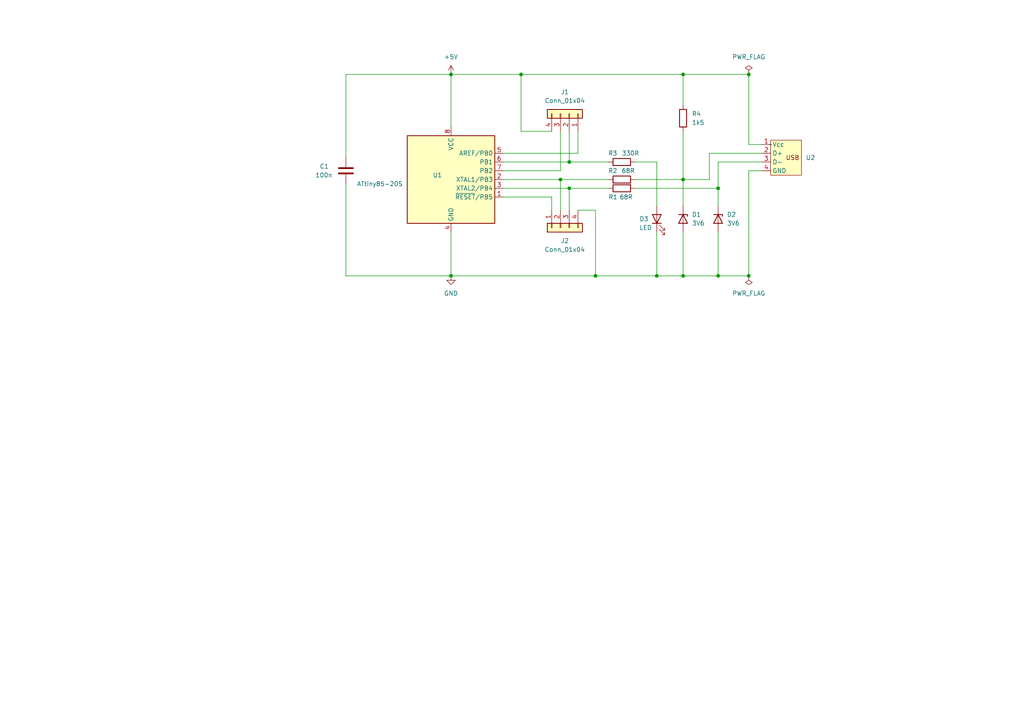
<source format=kicad_sch>
(kicad_sch (version 20230121) (generator eeschema)
  (paper "A4")
  (title_block (title "ATtiny85") (date "31/08/2024") (rev "version 1") (company "cka_HW_SW_design"))
  (lib_symbols
    (symbol "Connector_Generic:Conn_01x04" (pin_names (offset 1.016) hide)
      (property "Reference" "J" (at 0 5.08 0))
      (property "Value" "Conn_01x04" (at 0 -7.62 0))
      (symbol "Conn_01x04_1_1"
        (rectangle (start -1.27 -4.953) (end 0 -5.207) (stroke (width 0.1524)))
        (rectangle (start -1.27 -2.413) (end 0 -2.667) (stroke (width 0.1524)))
        (rectangle (start -1.27 0.127) (end 0 -0.127) (stroke (width 0.1524)))
        (rectangle (start -1.27 2.667) (end 0 2.413) (stroke (width 0.1524)))
        (rectangle (start -1.27 3.81) (end 1.27 -6.35) (stroke (width 0.254)) (fill (type background)))
        (pin passive line (at -5.08 2.54 0) (length 3.81) (name "Pin_1") (number "1"))
        (pin passive line (at -5.08 0 0) (length 3.81) (name "Pin_2") (number "2"))
        (pin passive line (at -5.08 -2.54 0) (length 3.81) (name "Pin_3") (number "3"))
        (pin passive line (at -5.08 -5.08 0) (length 3.81) (name "Pin_4") (number "4"))
      )
    )
    (symbol "Device:C" (pin_numbers hide) (pin_names (offset 0.254))
      (property "Reference" "C" (at 0.635 2.54 0))
      (property "Value" "C" (at 0.635 -2.54 0))
      (symbol "C_0_1"
        (polyline (pts (xy -2.032 -0.762) (xy 2.032 -0.762)) (stroke (width 0.508)))
        (polyline (pts (xy -2.032 0.762) (xy 2.032 0.762)) (stroke (width 0.508)))
      )
      (symbol "C_1_1"
        (pin passive line (at 0 3.81 270) (length 2.794) (name "~") (number "1"))
        (pin passive line (at 0 -3.81 90) (length 2.794) (name "~") (number "2"))
      )
    )
    (symbol "Device:D_Zener" (pin_numbers hide) (pin_names (offset 1.016) hide)
      (property "Reference" "D" (at 0 2.54 0))
      (property "Value" "D_Zener" (at 0 -2.54 0))
      (symbol "D_Zener_0_1"
        (polyline (pts (xy 1.27 0) (xy -1.27 0)))
        (polyline (pts (xy -1.27 -1.27) (xy -1.27 1.27) (xy -0.762 1.27)) (stroke (width 0.254)))
        (polyline (pts (xy 1.27 -1.27) (xy 1.27 1.27) (xy -1.27 0) (xy 1.27 -1.27)) (stroke (width 0.254)))
      )
      (symbol "D_Zener_1_1"
        (pin passive line (at -3.81 0 0) (length 2.54) (name "K") (number "1"))
        (pin passive line (at 3.81 0 180) (length 2.54) (name "A") (number "2"))
      )
    )
    (symbol "Device:LED" (pin_numbers hide) (pin_names (offset 1.016) hide)
      (property "Reference" "D" (at 0 2.54 0))
      (property "Value" "LED" (at 0 -2.54 0))
      (symbol "LED_0_1"
        (polyline (pts (xy -1.27 -1.27) (xy -1.27 1.27)) (stroke (width 0.254)))
        (polyline (pts (xy -1.27 0) (xy 1.27 0)))
        (polyline (pts (xy 1.27 -1.27) (xy 1.27 1.27) (xy -1.27 0) (xy 1.27 -1.27)) (stroke (width 0.254)))
        (polyline (pts (xy -3.048 -0.762) (xy -4.572 -2.286) (xy -3.81 -2.286) (xy -4.572 -2.286) (xy -4.572 -1.524)))
        (polyline (pts (xy -1.778 -0.762) (xy -3.302 -2.286) (xy -2.54 -2.286) (xy -3.302 -2.286) (xy -3.302 -1.524)))
      )
      (symbol "LED_1_1"
        (pin passive line (at -3.81 0 0) (length 2.54) (name "K") (number "1"))
        (pin passive line (at 3.81 0 180) (length 2.54) (name "A") (number "2"))
      )
    )
    (symbol "Device:R" (pin_numbers hide) (pin_names (offset 0))
      (property "Reference" "R" (at 2.032 0 90))
      (property "Value" "R" (at 0 0 90))
      (symbol "R_0_1"
        (rectangle (start -1.016 -2.54) (end 1.016 2.54) (stroke (width 0.254)))
      )
      (symbol "R_1_1"
        (pin passive line (at 0 3.81 270) (length 1.27) (name "~") (number "1"))
        (pin passive line (at 0 -3.81 90) (length 1.27) (name "~") (number "2"))
      )
    )
    (symbol "MCU_Microchip_ATtiny:ATtiny85-20S"
      (property "Reference" "U" (at -12.7 13.97 0))
      (property "Value" "ATtiny85-20S" (at 2.54 -13.97 0))
      (symbol "ATtiny85-20S_0_1"
        (rectangle (start -12.7 -12.7) (end 12.7 12.7) (stroke (width 0.254)) (fill (type background)))
      )
      (symbol "ATtiny85-20S_1_1"
        (pin bidirectional line (at 15.24 -5.08 180) (length 2.54) (name "~{RESET}/PB5") (number "1"))
        (pin bidirectional line (at 15.24 0 180) (length 2.54) (name "XTAL1/PB3") (number "2"))
        (pin bidirectional line (at 15.24 -2.54 180) (length 2.54) (name "XTAL2/PB4") (number "3"))
        (pin power_in line (at 0 -15.24 90) (length 2.54) (name "GND") (number "4"))
        (pin bidirectional line (at 15.24 7.62 180) (length 2.54) (name "AREF/PB0") (number "5"))
        (pin bidirectional line (at 15.24 5.08 180) (length 2.54) (name "PB1") (number "6"))
        (pin bidirectional line (at 15.24 2.54 180) (length 2.54) (name "PB2") (number "7"))
        (pin power_in line (at 0 15.24 270) (length 2.54) (name "VCC") (number "8"))
      )
    )
    (symbol "My_symbols:USBPCB_connector"
      (property "Reference" "U" (at 5.08 2.54 0))
      (symbol "USBPCB_connector_1_1"
        (rectangle (start 0 1.27) (end 8.89 -8.89) (fill (type background)))
        (text "USB" (at 6.35 -3.81 0) (effects (font (size 1.27 1.27))))
        (pin power_in line (at -2.54 0 0) (length 2.54) (name "Vcc") (number "1"))
        (pin bidirectional line (at -2.54 -2.54 0) (length 2.54) (name "D+") (number "2"))
        (pin bidirectional line (at -2.54 -5.08 0) (length 2.54) (name "D-") (number "3"))
        (pin power_in line (at -2.54 -7.62 0) (length 2.54) (name "GND") (number "4"))
      )
    )
    (symbol "power:+5V" (power) (pin_names (offset 0))
      (property "Value" "+5V" (at 0 3.556 0))
      (symbol "+5V_0_1"
        (polyline (pts (xy -0.762 1.27) (xy 0 2.54)))
        (polyline (pts (xy 0 0) (xy 0 2.54)))
        (polyline (pts (xy 0 2.54) (xy 0.762 1.27)))
      )
      (symbol "+5V_1_1"
        (pin power_in line (at 0 0 90) (length 0) hide (name "+5V") (number "1"))
      )
    )
    (symbol "power:GND" (power) (pin_names (offset 0))
      (property "Value" "GND" (at 0 -3.81 0))
      (symbol "GND_0_1"
        (polyline (pts (xy 0 0) (xy 0 -1.27) (xy 1.27 -1.27) (xy 0 -2.54) (xy -1.27 -1.27) (xy 0 -1.27)))
      )
      (symbol "GND_1_1"
        (pin power_in line (at 0 0 270) (length 0) hide (name "GND") (number "1"))
      )
    )
    (symbol "power:PWR_FLAG" (power) (pin_numbers hide) (pin_names (offset 0) hide)
      (property "Value" "PWR_FLAG" (at 0 3.81 0))
      (symbol "PWR_FLAG_0_0"
        (pin power_out line (at 0 0 90) (length 0) (name "pwr") (number "1"))
      )
      (symbol "PWR_FLAG_0_1"
        (polyline (pts (xy 0 0) (xy 0 1.27) (xy -1.016 1.905) (xy 0 2.54) (xy 1.016 1.905) (xy 0 1.27)))
      )
    )
  )
  (junction (at 198.12 21.59))
  (junction (at 217.17 80.01))
  (junction (at 217.17 21.59))
  (junction (at 190.5 80.01))
  (junction (at 208.28 54.61))
  (junction (at 162.56 52.07))
  (junction (at 151.13 21.59))
  (junction (at 172.72 80.01))
  (junction (at 165.1 54.61))
  (junction (at 130.81 21.59))
  (junction (at 130.81 80.01))
  (junction (at 165.1 46.99))
  (junction (at 198.12 80.01))
  (junction (at 208.28 80.01))
  (junction (at 198.12 52.07))
  (wire (pts (xy 165.1 54.61) (xy 176.53 54.61)))
  (wire (pts (xy 165.1 46.99) (xy 146.05 46.99)))
  (wire (pts (xy 184.15 54.61) (xy 208.28 54.61)))
  (wire (pts (xy 165.1 38.1) (xy 165.1 46.99)))
  (wire (pts (xy 172.72 60.96) (xy 172.72 80.01)))
  (wire (pts (xy 220.98 46.99) (xy 208.28 46.99)))
  (wire (pts (xy 160.02 38.1) (xy 151.13 38.1)))
  (wire (pts (xy 167.64 44.45) (xy 146.05 44.45)))
  (wire (pts (xy 208.28 67.31) (xy 208.28 80.01)))
  (wire (pts (xy 184.15 52.07) (xy 198.12 52.07)))
  (wire (pts (xy 190.5 67.31) (xy 190.5 80.01)))
  (wire (pts (xy 146.05 52.07) (xy 162.56 52.07)))
  (wire (pts (xy 205.74 44.45) (xy 205.74 52.07)))
  (wire (pts (xy 217.17 49.53) (xy 217.17 80.01)))
  (wire (pts (xy 130.81 67.31) (xy 130.81 80.01)))
  (wire (pts (xy 198.12 52.07) (xy 198.12 59.69)))
  (wire (pts (xy 130.81 21.59) (xy 130.81 36.83)))
  (wire (pts (xy 208.28 80.01) (xy 198.12 80.01)))
  (wire (pts (xy 217.17 21.59) (xy 198.12 21.59)))
  (wire (pts (xy 220.98 44.45) (xy 205.74 44.45)))
  (wire (pts (xy 162.56 49.53) (xy 146.05 49.53)))
  (wire (pts (xy 217.17 41.91) (xy 217.17 21.59)))
  (wire (pts (xy 165.1 54.61) (xy 165.1 60.96)))
  (wire (pts (xy 100.33 80.01) (xy 130.81 80.01)))
  (wire (pts (xy 198.12 80.01) (xy 190.5 80.01)))
  (wire (pts (xy 151.13 38.1) (xy 151.13 21.59)))
  (wire (pts (xy 208.28 54.61) (xy 208.28 59.69)))
  (wire (pts (xy 162.56 52.07) (xy 176.53 52.07)))
  (wire (pts (xy 190.5 46.99) (xy 190.5 59.69)))
  (wire (pts (xy 184.15 46.99) (xy 190.5 46.99)))
  (wire (pts (xy 172.72 80.01) (xy 190.5 80.01)))
  (wire (pts (xy 167.64 38.1) (xy 167.64 44.45)))
  (wire (pts (xy 198.12 38.1) (xy 198.12 52.07)))
  (wire (pts (xy 146.05 57.15) (xy 160.02 57.15)))
  (wire (pts (xy 160.02 57.15) (xy 160.02 60.96)))
  (wire (pts (xy 162.56 38.1) (xy 162.56 49.53)))
  (wire (pts (xy 165.1 46.99) (xy 176.53 46.99)))
  (wire (pts (xy 130.81 80.01) (xy 172.72 80.01)))
  (wire (pts (xy 100.33 53.34) (xy 100.33 80.01)))
  (wire (pts (xy 198.12 30.48) (xy 198.12 21.59)))
  (wire (pts (xy 100.33 21.59) (xy 130.81 21.59)))
  (wire (pts (xy 162.56 52.07) (xy 162.56 60.96)))
  (wire (pts (xy 220.98 49.53) (xy 217.17 49.53)))
  (wire (pts (xy 100.33 45.72) (xy 100.33 21.59)))
  (wire (pts (xy 217.17 80.01) (xy 208.28 80.01)))
  (wire (pts (xy 198.12 21.59) (xy 151.13 21.59)))
  (wire (pts (xy 167.64 60.96) (xy 172.72 60.96)))
  (wire (pts (xy 198.12 67.31) (xy 198.12 80.01)))
  (wire (pts (xy 208.28 46.99) (xy 208.28 54.61)))
  (wire (pts (xy 146.05 54.61) (xy 165.1 54.61)))
  (wire (pts (xy 205.74 52.07) (xy 198.12 52.07)))
  (wire (pts (xy 151.13 21.59) (xy 130.81 21.59)))
  (wire (pts (xy 220.98 41.91) (xy 217.17 41.91)))
  (symbol (lib_id "power:PWR_FLAG") (at 217.17 21.59 0) (unit 1)
    (property "Reference" "#FLG01" (effects hide))
    (property "Value" "PWR_FLAG" (at 217.17 16.51 0))
  )
  (symbol (lib_id "Device:C") (at 100.33 49.53 0) (unit 1)
    (property "Reference" "C1" (at 92.71 48.26 0) (effects (justify left)))
    (property "Value" "100n" (at 91.44 50.8 0) (effects (justify left)))
    (property "Footprint" "Capacitor_SMD:C_1206_3216Metric_Pad1.33x1.80mm_HandSolder" (effects hide))
  )
  (symbol (lib_id "power:+5V") (at 130.81 21.59 0) (unit 1)
    (property "Reference" "#PWR01" (effects hide))
    (property "Value" "+5V" (at 130.81 16.51 0))
  )
  (symbol (lib_id "MCU_Microchip_ATtiny:ATtiny85-20S") (at 130.81 52.07 0) (unit 1)
    (property "Reference" "U1" (at 128.27 50.8 0) (effects (justify right)))
    (property "Value" "ATtiny85-20S" (at 116.84 53.34 0) (effects (justify right)))
    (property "Footprint" "Package_SO:SOIC-8_3.9x4.9mm_P1.27mm" (effects hide))
    (property "Datasheet" "http://ww1.microchip.com/downloads/en/DeviceDoc/atmel-2586-avr-8-bit-microcontroller-attiny25-attiny45-attiny85_datasheet.pdf" (effects hide))
  )
  (symbol (lib_id "My_symbols:USBPCB_connector") (at 223.52 41.91 0) (unit 1)
    (property "Reference" "U2" (at 233.68 45.72 0) (effects (justify left)))
    (property "Value" "~" (at 223.52 41.91 0))
    (property "Footprint" "1_My_custom_Library:USB_connector" (effects hide))
  )
  (symbol (lib_id "Device:R") (at 180.34 52.07 90) (unit 1)
    (property "Reference" "R2" (at 179.07 49.53 90) (effects (justify left)))
    (property "Value" "68R" (at 184.15 49.53 90) (effects (justify left)))
    (property "Footprint" "Resistor_SMD:R_0201_0603Metric" (effects hide))
  )
  (symbol (lib_id "power:PWR_FLAG") (at 217.17 80.01 180) (unit 1)
    (property "Reference" "#FLG02" (effects hide))
    (property "Value" "PWR_FLAG" (at 217.17 85.09 0))
  )
  (symbol (lib_id "Device:LED") (at 190.5 63.5 90) (unit 1)
    (property "Reference" "D3" (at 185.42 63.5 90) (effects (justify right)))
    (property "Value" "LED" (at 185.42 66.04 90) (effects (justify right)))
    (property "Footprint" "LED_THT:LED_D3.0mm" (effects hide))
  )
  (symbol (lib_id "Connector_Generic:Conn_01x04") (at 165.1 33.02 270) (mirror x) (unit 1)
    (property "Reference" "J1" (at 163.83 26.67 90))
    (property "Value" "Conn_01x04" (at 163.83 29.21 90))
    (property "Footprint" "Connector_PinHeader_1.00mm:PinHeader_1x04_P1.00mm_Vertical" (effects hide))
  )
  (symbol (lib_id "Device:R") (at 180.34 46.99 90) (unit 1)
    (property "Reference" "R3" (at 179.07 44.45 90) (effects (justify left)))
    (property "Value" "330R" (at 185.42 44.45 90) (effects (justify left)))
    (property "Footprint" "Resistor_SMD:R_0201_0603Metric" (effects hide))
  )
  (symbol (lib_id "Connector_Generic:Conn_01x04") (at 162.56 66.04 90) (mirror x) (unit 1)
    (property "Reference" "J2" (at 163.83 69.85 90))
    (property "Value" "Conn_01x04" (at 163.83 72.39 90))
    (property "Footprint" "Connector_PinHeader_1.00mm:PinHeader_1x04_P1.00mm_Vertical" (effects hide))
  )
  (symbol (lib_id "power:GND") (at 130.81 80.01 0) (unit 1)
    (property "Reference" "#PWR02" (effects hide))
    (property "Value" "GND" (at 130.81 85.09 0))
  )
  (symbol (lib_id "Device:R") (at 198.12 34.29 0) (unit 1)
    (property "Reference" "R4" (at 200.66 33.02 0) (effects (justify left)))
    (property "Value" "1k5" (at 200.66 35.56 0) (effects (justify left)))
    (property "Footprint" "Resistor_SMD:R_0201_0603Metric" (effects hide))
  )
  (symbol (lib_id "Device:D_Zener") (at 198.12 63.5 270) (unit 1)
    (property "Reference" "D1" (at 200.66 62.23 90) (effects (justify left)))
    (property "Value" "3V6" (at 200.66 64.77 90) (effects (justify left)))
    (property "Footprint" "Diode_SMD:D_SOD-123" (effects hide))
  )
  (symbol (lib_id "Device:R") (at 180.34 54.61 90) (unit 1)
    (property "Reference" "R1" (at 177.8 57.15 90))
    (property "Value" "68R" (at 181.61 57.15 90))
    (property "Footprint" "Resistor_SMD:R_0201_0603Metric" (effects hide))
  )
  (symbol (lib_id "Device:D_Zener") (at 208.28 63.5 270) (unit 1)
    (property "Reference" "D2" (at 210.82 62.23 90) (effects (justify left)))
    (property "Value" "3V6" (at 210.82 64.77 90) (effects (justify left)))
    (property "Footprint" "Diode_SMD:D_SOD-123" (effects hide))
  )
)
</source>
